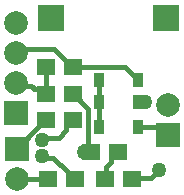
<source format=gbl>
G04*
G04 #@! TF.GenerationSoftware,Altium Limited,Altium Designer,22.6.1 (34)*
G04*
G04 Layer_Physical_Order=2*
G04 Layer_Color=16711680*
%FSLAX44Y44*%
%MOMM*%
G71*
G04*
G04 #@! TF.SameCoordinates,45B2D7D6-BFBB-4C38-AB1A-0C575AC83147*
G04*
G04*
G04 #@! TF.FilePolarity,Positive*
G04*
G01*
G75*
%ADD20R,1.5240X1.4224*%
%ADD29C,0.3810*%
%ADD30R,2.3000X2.3000*%
%ADD31R,2.0000X2.0000*%
%ADD32C,2.0000*%
%ADD33C,1.2700*%
%ADD34R,0.9100X1.2200*%
G36*
X910841Y749834D02*
X910871D01*
Y749849D01*
X910841D01*
Y749834D01*
D02*
G37*
G36*
X910826Y749880D02*
Y749910D01*
X910810D01*
Y749880D01*
X910826D01*
D02*
G37*
G36*
X911355Y749199D02*
Y749184D01*
X911370D01*
Y749199D01*
X911355D01*
D02*
G37*
G36*
X953448Y785217D02*
Y785202D01*
X953479D01*
Y785232D01*
X953464D01*
Y785217D01*
X953448D01*
D02*
G37*
D20*
X886210Y767540D02*
D03*
X863350D02*
D03*
Y790400D02*
D03*
X886210D02*
D03*
X935990Y695960D02*
D03*
X913130D02*
D03*
X901700Y718820D02*
D03*
X924560D02*
D03*
X863600Y745490D02*
D03*
X886460D02*
D03*
X887730Y695960D02*
D03*
X864870D02*
D03*
D29*
X896180Y718820D02*
X901700D01*
X896000Y719000D02*
X896180Y718820D01*
X899000Y721520D02*
X901700Y718820D01*
X899000Y721520D02*
Y754750D01*
X880495Y795607D02*
Y796115D01*
X870610Y806000D02*
X880495Y796115D01*
X885702Y790400D02*
X886210D01*
X880495Y795607D02*
X885702Y790400D01*
X841298Y805738D02*
X848265D01*
X848527Y806000D01*
X838200Y802640D02*
X841298Y805738D01*
X848527Y806000D02*
X870610D01*
X858398Y772492D02*
X863350Y767540D01*
Y768600D02*
X863600Y768350D01*
X859355Y772595D02*
X863350Y768600D01*
Y790400D01*
X853108Y772492D02*
X858398D01*
X853005Y772595D02*
X853108Y772492D01*
X936715Y783975D02*
X938265D01*
X940910Y779780D02*
Y781330D01*
X886210Y790400D02*
X930290D01*
X936715Y783975D01*
X938265D02*
X940910Y781330D01*
X908210Y760730D02*
Y779780D01*
X907905Y740817D02*
X908593Y740130D01*
X907905Y740817D02*
Y751113D01*
X907939Y751147D01*
Y760459D01*
X908210Y760730D01*
X891925Y761825D02*
X899000Y754750D01*
X886718Y767540D02*
X891925Y762333D01*
X886210Y767540D02*
X886718D01*
X891925Y761825D02*
Y762333D01*
X866467Y731000D02*
X874197D01*
X885952Y745490D02*
X886460D01*
X880745Y740283D02*
X885952Y745490D01*
X880745Y737548D02*
Y740283D01*
X874197Y731000D02*
X880745Y737548D01*
X859790Y728980D02*
X861491Y730681D01*
X866148D02*
X866467Y731000D01*
X861491Y730681D02*
X866148D01*
X924052Y718820D02*
X924560D01*
X918845Y713613D02*
X924052Y718820D01*
X918845Y710565D02*
Y713613D01*
X914400Y706120D02*
X918845Y710565D01*
X913130Y695960D02*
X914400Y697230D01*
Y706120D01*
X838200Y826770D02*
Y828040D01*
X859790Y715010D02*
X860733Y714067D01*
X869623D01*
X882015Y701675D01*
X861822Y745490D02*
X862330D01*
X864574Y696256D02*
X864870Y695960D01*
X882015Y701167D02*
Y701675D01*
Y701167D02*
X887222Y695960D01*
X887730D01*
X936933Y696903D02*
X952173D01*
X958850Y703580D01*
X935990Y695960D02*
X936933Y696903D01*
X838200Y802640D02*
X842581D01*
X838694Y721656D02*
X856615Y739577D01*
Y740283D01*
X861822Y745490D01*
X838200Y777240D02*
X840422Y775018D01*
X850582D02*
X850901Y774698D01*
X853005Y772595D01*
X840422Y775018D02*
X850582D01*
X957860Y740130D02*
X965200Y732790D01*
X938753Y740130D02*
X957860D01*
X838694Y696256D02*
X864574D01*
D30*
X867410Y831850D02*
D03*
X965410D02*
D03*
D31*
X966470Y732790D02*
D03*
X838694Y721656D02*
D03*
X838200Y751840D02*
D03*
D32*
X966470Y758190D02*
D03*
X838694Y696256D02*
D03*
X838200Y828040D02*
D03*
Y802640D02*
D03*
Y777240D02*
D03*
D33*
X896000Y719000D02*
D03*
X947420Y760730D02*
D03*
X859790Y728980D02*
D03*
Y715010D02*
D03*
X958850Y703580D02*
D03*
D34*
X908210Y779780D02*
D03*
X940910D02*
D03*
X908210Y760730D02*
D03*
X940910D02*
D03*
X941292Y740130D02*
D03*
X908593D02*
D03*
M02*

</source>
